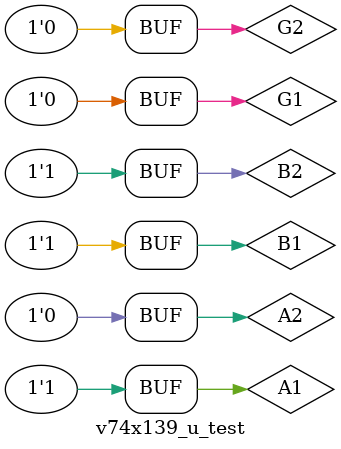
<source format=v>
`timescale 1ns / 1ps


module v74x139_u_test;

	// Inputs
	reg G1;
	reg G2;
	reg B1;
	reg B2;
	reg A1;
	reg A2;

	// Outputs
	wire [3:0] Y1;
	wire [3:0] Y2;

	// Instantiate the Unit Under Test (UUT)
	v74x139_u uut (
		.G1(G1), 
		.G2(G2), 
		.B1(B1), 
		.B2(B2), 
		.A1(A1), 
		.A2(A2), 
		.Y1(Y1), 
		.Y2(Y2)
	);

	initial begin
		// Initialize Inputs
		G1 = 0;
		G2 = 0;
		B1 = 0;
		B2 = 0;
		A1 = 0;
		A2 = 0;

		// Wait 100 ns for global reset to finish
		#100;
        
		// Add stimulus here

		G1 = 0;
		G2 = 0;
		B1 = 1;
		B2 = 0;
		A1 = 1;
		A2 = 0;
		#100;
		
		G1 = 0;
		G2 = 0;
		B1 = 1;
		B2 = 0;
		A1 = 1;
		A2 = 1;
		#100;
		
		G1 = 0;
		G2 = 0;
		B1 = 0;
		B2 = 1;
		A1 = 1;
		A2 = 0;
		#100;
		
		G1 = 0;
		G2 = 0;
		B1 = 1;
		B2 = 1;
		A1 = 1;
		A2 = 0;
		#100;
		
	end
      
endmodule


</source>
